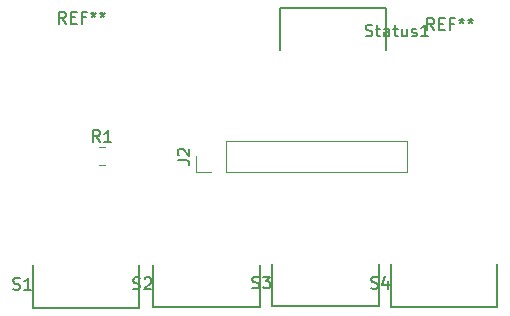
<source format=gbr>
%TF.GenerationSoftware,KiCad,Pcbnew,8.0.5*%
%TF.CreationDate,2024-11-11T00:13:19-08:00*%
%TF.ProjectId,Switch Lock,53776974-6368-4204-9c6f-636b2e6b6963,rev?*%
%TF.SameCoordinates,Original*%
%TF.FileFunction,Legend,Top*%
%TF.FilePolarity,Positive*%
%FSLAX46Y46*%
G04 Gerber Fmt 4.6, Leading zero omitted, Abs format (unit mm)*
G04 Created by KiCad (PCBNEW 8.0.5) date 2024-11-11 00:13:19*
%MOMM*%
%LPD*%
G01*
G04 APERTURE LIST*
%ADD10C,0.150000*%
%ADD11C,0.120000*%
%ADD12C,0.127000*%
G04 APERTURE END LIST*
D10*
X126336666Y-58014819D02*
X126003333Y-57538628D01*
X125765238Y-58014819D02*
X125765238Y-57014819D01*
X125765238Y-57014819D02*
X126146190Y-57014819D01*
X126146190Y-57014819D02*
X126241428Y-57062438D01*
X126241428Y-57062438D02*
X126289047Y-57110057D01*
X126289047Y-57110057D02*
X126336666Y-57205295D01*
X126336666Y-57205295D02*
X126336666Y-57348152D01*
X126336666Y-57348152D02*
X126289047Y-57443390D01*
X126289047Y-57443390D02*
X126241428Y-57491009D01*
X126241428Y-57491009D02*
X126146190Y-57538628D01*
X126146190Y-57538628D02*
X125765238Y-57538628D01*
X126765238Y-57491009D02*
X127098571Y-57491009D01*
X127241428Y-58014819D02*
X126765238Y-58014819D01*
X126765238Y-58014819D02*
X126765238Y-57014819D01*
X126765238Y-57014819D02*
X127241428Y-57014819D01*
X128003333Y-57491009D02*
X127670000Y-57491009D01*
X127670000Y-58014819D02*
X127670000Y-57014819D01*
X127670000Y-57014819D02*
X128146190Y-57014819D01*
X128670000Y-57014819D02*
X128670000Y-57252914D01*
X128431905Y-57157676D02*
X128670000Y-57252914D01*
X128670000Y-57252914D02*
X128908095Y-57157676D01*
X128527143Y-57443390D02*
X128670000Y-57252914D01*
X128670000Y-57252914D02*
X128812857Y-57443390D01*
X129431905Y-57014819D02*
X129431905Y-57252914D01*
X129193810Y-57157676D02*
X129431905Y-57252914D01*
X129431905Y-57252914D02*
X129670000Y-57157676D01*
X129289048Y-57443390D02*
X129431905Y-57252914D01*
X129431905Y-57252914D02*
X129574762Y-57443390D01*
X98043333Y-67494819D02*
X97710000Y-67018628D01*
X97471905Y-67494819D02*
X97471905Y-66494819D01*
X97471905Y-66494819D02*
X97852857Y-66494819D01*
X97852857Y-66494819D02*
X97948095Y-66542438D01*
X97948095Y-66542438D02*
X97995714Y-66590057D01*
X97995714Y-66590057D02*
X98043333Y-66685295D01*
X98043333Y-66685295D02*
X98043333Y-66828152D01*
X98043333Y-66828152D02*
X97995714Y-66923390D01*
X97995714Y-66923390D02*
X97948095Y-66971009D01*
X97948095Y-66971009D02*
X97852857Y-67018628D01*
X97852857Y-67018628D02*
X97471905Y-67018628D01*
X98995714Y-67494819D02*
X98424286Y-67494819D01*
X98710000Y-67494819D02*
X98710000Y-66494819D01*
X98710000Y-66494819D02*
X98614762Y-66637676D01*
X98614762Y-66637676D02*
X98519524Y-66732914D01*
X98519524Y-66732914D02*
X98424286Y-66780533D01*
X120544203Y-58514379D02*
X120687165Y-58562032D01*
X120687165Y-58562032D02*
X120925434Y-58562032D01*
X120925434Y-58562032D02*
X121020742Y-58514379D01*
X121020742Y-58514379D02*
X121068396Y-58466725D01*
X121068396Y-58466725D02*
X121116050Y-58371417D01*
X121116050Y-58371417D02*
X121116050Y-58276109D01*
X121116050Y-58276109D02*
X121068396Y-58180801D01*
X121068396Y-58180801D02*
X121020742Y-58133147D01*
X121020742Y-58133147D02*
X120925434Y-58085493D01*
X120925434Y-58085493D02*
X120734819Y-58037839D01*
X120734819Y-58037839D02*
X120639511Y-57990186D01*
X120639511Y-57990186D02*
X120591857Y-57942532D01*
X120591857Y-57942532D02*
X120544203Y-57847224D01*
X120544203Y-57847224D02*
X120544203Y-57751916D01*
X120544203Y-57751916D02*
X120591857Y-57656608D01*
X120591857Y-57656608D02*
X120639511Y-57608954D01*
X120639511Y-57608954D02*
X120734819Y-57561300D01*
X120734819Y-57561300D02*
X120973088Y-57561300D01*
X120973088Y-57561300D02*
X121116050Y-57608954D01*
X121401973Y-57894878D02*
X121783205Y-57894878D01*
X121544935Y-57561300D02*
X121544935Y-58419071D01*
X121544935Y-58419071D02*
X121592589Y-58514379D01*
X121592589Y-58514379D02*
X121687897Y-58562032D01*
X121687897Y-58562032D02*
X121783205Y-58562032D01*
X122545667Y-58562032D02*
X122545667Y-58037839D01*
X122545667Y-58037839D02*
X122498013Y-57942532D01*
X122498013Y-57942532D02*
X122402705Y-57894878D01*
X122402705Y-57894878D02*
X122212090Y-57894878D01*
X122212090Y-57894878D02*
X122116782Y-57942532D01*
X122545667Y-58514379D02*
X122450359Y-58562032D01*
X122450359Y-58562032D02*
X122212090Y-58562032D01*
X122212090Y-58562032D02*
X122116782Y-58514379D01*
X122116782Y-58514379D02*
X122069128Y-58419071D01*
X122069128Y-58419071D02*
X122069128Y-58323763D01*
X122069128Y-58323763D02*
X122116782Y-58228455D01*
X122116782Y-58228455D02*
X122212090Y-58180801D01*
X122212090Y-58180801D02*
X122450359Y-58180801D01*
X122450359Y-58180801D02*
X122545667Y-58133147D01*
X122879244Y-57894878D02*
X123260476Y-57894878D01*
X123022206Y-57561300D02*
X123022206Y-58419071D01*
X123022206Y-58419071D02*
X123069860Y-58514379D01*
X123069860Y-58514379D02*
X123165168Y-58562032D01*
X123165168Y-58562032D02*
X123260476Y-58562032D01*
X124022938Y-57894878D02*
X124022938Y-58562032D01*
X123594053Y-57894878D02*
X123594053Y-58419071D01*
X123594053Y-58419071D02*
X123641707Y-58514379D01*
X123641707Y-58514379D02*
X123737015Y-58562032D01*
X123737015Y-58562032D02*
X123879976Y-58562032D01*
X123879976Y-58562032D02*
X123975284Y-58514379D01*
X123975284Y-58514379D02*
X124022938Y-58466725D01*
X124451823Y-58514379D02*
X124547131Y-58562032D01*
X124547131Y-58562032D02*
X124737747Y-58562032D01*
X124737747Y-58562032D02*
X124833054Y-58514379D01*
X124833054Y-58514379D02*
X124880708Y-58419071D01*
X124880708Y-58419071D02*
X124880708Y-58371417D01*
X124880708Y-58371417D02*
X124833054Y-58276109D01*
X124833054Y-58276109D02*
X124737747Y-58228455D01*
X124737747Y-58228455D02*
X124594785Y-58228455D01*
X124594785Y-58228455D02*
X124499477Y-58180801D01*
X124499477Y-58180801D02*
X124451823Y-58085493D01*
X124451823Y-58085493D02*
X124451823Y-58037839D01*
X124451823Y-58037839D02*
X124499477Y-57942532D01*
X124499477Y-57942532D02*
X124594785Y-57894878D01*
X124594785Y-57894878D02*
X124737747Y-57894878D01*
X124737747Y-57894878D02*
X124833054Y-57942532D01*
X125833786Y-58562032D02*
X125261939Y-58562032D01*
X125547863Y-58562032D02*
X125547863Y-57561300D01*
X125547863Y-57561300D02*
X125452555Y-57704262D01*
X125452555Y-57704262D02*
X125357247Y-57799570D01*
X125357247Y-57799570D02*
X125261939Y-57847224D01*
X100868542Y-79922379D02*
X101011504Y-79970032D01*
X101011504Y-79970032D02*
X101249773Y-79970032D01*
X101249773Y-79970032D02*
X101345081Y-79922379D01*
X101345081Y-79922379D02*
X101392735Y-79874725D01*
X101392735Y-79874725D02*
X101440389Y-79779417D01*
X101440389Y-79779417D02*
X101440389Y-79684109D01*
X101440389Y-79684109D02*
X101392735Y-79588801D01*
X101392735Y-79588801D02*
X101345081Y-79541147D01*
X101345081Y-79541147D02*
X101249773Y-79493493D01*
X101249773Y-79493493D02*
X101059158Y-79445839D01*
X101059158Y-79445839D02*
X100963850Y-79398186D01*
X100963850Y-79398186D02*
X100916196Y-79350532D01*
X100916196Y-79350532D02*
X100868542Y-79255224D01*
X100868542Y-79255224D02*
X100868542Y-79159916D01*
X100868542Y-79159916D02*
X100916196Y-79064608D01*
X100916196Y-79064608D02*
X100963850Y-79016954D01*
X100963850Y-79016954D02*
X101059158Y-78969300D01*
X101059158Y-78969300D02*
X101297427Y-78969300D01*
X101297427Y-78969300D02*
X101440389Y-79016954D01*
X101821620Y-79064608D02*
X101869274Y-79016954D01*
X101869274Y-79016954D02*
X101964582Y-78969300D01*
X101964582Y-78969300D02*
X102202851Y-78969300D01*
X102202851Y-78969300D02*
X102298159Y-79016954D01*
X102298159Y-79016954D02*
X102345813Y-79064608D01*
X102345813Y-79064608D02*
X102393467Y-79159916D01*
X102393467Y-79159916D02*
X102393467Y-79255224D01*
X102393467Y-79255224D02*
X102345813Y-79398186D01*
X102345813Y-79398186D02*
X101773966Y-79970032D01*
X101773966Y-79970032D02*
X102393467Y-79970032D01*
X90688542Y-79960629D02*
X90831504Y-80008282D01*
X90831504Y-80008282D02*
X91069773Y-80008282D01*
X91069773Y-80008282D02*
X91165081Y-79960629D01*
X91165081Y-79960629D02*
X91212735Y-79912975D01*
X91212735Y-79912975D02*
X91260389Y-79817667D01*
X91260389Y-79817667D02*
X91260389Y-79722359D01*
X91260389Y-79722359D02*
X91212735Y-79627051D01*
X91212735Y-79627051D02*
X91165081Y-79579397D01*
X91165081Y-79579397D02*
X91069773Y-79531743D01*
X91069773Y-79531743D02*
X90879158Y-79484089D01*
X90879158Y-79484089D02*
X90783850Y-79436436D01*
X90783850Y-79436436D02*
X90736196Y-79388782D01*
X90736196Y-79388782D02*
X90688542Y-79293474D01*
X90688542Y-79293474D02*
X90688542Y-79198166D01*
X90688542Y-79198166D02*
X90736196Y-79102858D01*
X90736196Y-79102858D02*
X90783850Y-79055204D01*
X90783850Y-79055204D02*
X90879158Y-79007550D01*
X90879158Y-79007550D02*
X91117427Y-79007550D01*
X91117427Y-79007550D02*
X91260389Y-79055204D01*
X92213467Y-80008282D02*
X91641620Y-80008282D01*
X91927544Y-80008282D02*
X91927544Y-79007550D01*
X91927544Y-79007550D02*
X91832236Y-79150512D01*
X91832236Y-79150512D02*
X91736928Y-79245820D01*
X91736928Y-79245820D02*
X91641620Y-79293474D01*
X120998542Y-79870629D02*
X121141504Y-79918282D01*
X121141504Y-79918282D02*
X121379773Y-79918282D01*
X121379773Y-79918282D02*
X121475081Y-79870629D01*
X121475081Y-79870629D02*
X121522735Y-79822975D01*
X121522735Y-79822975D02*
X121570389Y-79727667D01*
X121570389Y-79727667D02*
X121570389Y-79632359D01*
X121570389Y-79632359D02*
X121522735Y-79537051D01*
X121522735Y-79537051D02*
X121475081Y-79489397D01*
X121475081Y-79489397D02*
X121379773Y-79441743D01*
X121379773Y-79441743D02*
X121189158Y-79394089D01*
X121189158Y-79394089D02*
X121093850Y-79346436D01*
X121093850Y-79346436D02*
X121046196Y-79298782D01*
X121046196Y-79298782D02*
X120998542Y-79203474D01*
X120998542Y-79203474D02*
X120998542Y-79108166D01*
X120998542Y-79108166D02*
X121046196Y-79012858D01*
X121046196Y-79012858D02*
X121093850Y-78965204D01*
X121093850Y-78965204D02*
X121189158Y-78917550D01*
X121189158Y-78917550D02*
X121427427Y-78917550D01*
X121427427Y-78917550D02*
X121570389Y-78965204D01*
X122428159Y-79251128D02*
X122428159Y-79918282D01*
X122189890Y-78869897D02*
X121951620Y-79584705D01*
X121951620Y-79584705D02*
X122571121Y-79584705D01*
X104614819Y-69053333D02*
X105329104Y-69053333D01*
X105329104Y-69053333D02*
X105471961Y-69100952D01*
X105471961Y-69100952D02*
X105567200Y-69196190D01*
X105567200Y-69196190D02*
X105614819Y-69339047D01*
X105614819Y-69339047D02*
X105614819Y-69434285D01*
X104710057Y-68624761D02*
X104662438Y-68577142D01*
X104662438Y-68577142D02*
X104614819Y-68481904D01*
X104614819Y-68481904D02*
X104614819Y-68243809D01*
X104614819Y-68243809D02*
X104662438Y-68148571D01*
X104662438Y-68148571D02*
X104710057Y-68100952D01*
X104710057Y-68100952D02*
X104805295Y-68053333D01*
X104805295Y-68053333D02*
X104900533Y-68053333D01*
X104900533Y-68053333D02*
X105043390Y-68100952D01*
X105043390Y-68100952D02*
X105614819Y-68672380D01*
X105614819Y-68672380D02*
X105614819Y-68053333D01*
X110948542Y-79852379D02*
X111091504Y-79900032D01*
X111091504Y-79900032D02*
X111329773Y-79900032D01*
X111329773Y-79900032D02*
X111425081Y-79852379D01*
X111425081Y-79852379D02*
X111472735Y-79804725D01*
X111472735Y-79804725D02*
X111520389Y-79709417D01*
X111520389Y-79709417D02*
X111520389Y-79614109D01*
X111520389Y-79614109D02*
X111472735Y-79518801D01*
X111472735Y-79518801D02*
X111425081Y-79471147D01*
X111425081Y-79471147D02*
X111329773Y-79423493D01*
X111329773Y-79423493D02*
X111139158Y-79375839D01*
X111139158Y-79375839D02*
X111043850Y-79328186D01*
X111043850Y-79328186D02*
X110996196Y-79280532D01*
X110996196Y-79280532D02*
X110948542Y-79185224D01*
X110948542Y-79185224D02*
X110948542Y-79089916D01*
X110948542Y-79089916D02*
X110996196Y-78994608D01*
X110996196Y-78994608D02*
X111043850Y-78946954D01*
X111043850Y-78946954D02*
X111139158Y-78899300D01*
X111139158Y-78899300D02*
X111377427Y-78899300D01*
X111377427Y-78899300D02*
X111520389Y-78946954D01*
X111853966Y-78899300D02*
X112473467Y-78899300D01*
X112473467Y-78899300D02*
X112139890Y-79280532D01*
X112139890Y-79280532D02*
X112282851Y-79280532D01*
X112282851Y-79280532D02*
X112378159Y-79328186D01*
X112378159Y-79328186D02*
X112425813Y-79375839D01*
X112425813Y-79375839D02*
X112473467Y-79471147D01*
X112473467Y-79471147D02*
X112473467Y-79709417D01*
X112473467Y-79709417D02*
X112425813Y-79804725D01*
X112425813Y-79804725D02*
X112378159Y-79852379D01*
X112378159Y-79852379D02*
X112282851Y-79900032D01*
X112282851Y-79900032D02*
X111996928Y-79900032D01*
X111996928Y-79900032D02*
X111901620Y-79852379D01*
X111901620Y-79852379D02*
X111853966Y-79804725D01*
X95156666Y-57474819D02*
X94823333Y-56998628D01*
X94585238Y-57474819D02*
X94585238Y-56474819D01*
X94585238Y-56474819D02*
X94966190Y-56474819D01*
X94966190Y-56474819D02*
X95061428Y-56522438D01*
X95061428Y-56522438D02*
X95109047Y-56570057D01*
X95109047Y-56570057D02*
X95156666Y-56665295D01*
X95156666Y-56665295D02*
X95156666Y-56808152D01*
X95156666Y-56808152D02*
X95109047Y-56903390D01*
X95109047Y-56903390D02*
X95061428Y-56951009D01*
X95061428Y-56951009D02*
X94966190Y-56998628D01*
X94966190Y-56998628D02*
X94585238Y-56998628D01*
X95585238Y-56951009D02*
X95918571Y-56951009D01*
X96061428Y-57474819D02*
X95585238Y-57474819D01*
X95585238Y-57474819D02*
X95585238Y-56474819D01*
X95585238Y-56474819D02*
X96061428Y-56474819D01*
X96823333Y-56951009D02*
X96490000Y-56951009D01*
X96490000Y-57474819D02*
X96490000Y-56474819D01*
X96490000Y-56474819D02*
X96966190Y-56474819D01*
X97490000Y-56474819D02*
X97490000Y-56712914D01*
X97251905Y-56617676D02*
X97490000Y-56712914D01*
X97490000Y-56712914D02*
X97728095Y-56617676D01*
X97347143Y-56903390D02*
X97490000Y-56712914D01*
X97490000Y-56712914D02*
X97632857Y-56903390D01*
X98251905Y-56474819D02*
X98251905Y-56712914D01*
X98013810Y-56617676D02*
X98251905Y-56712914D01*
X98251905Y-56712914D02*
X98490000Y-56617676D01*
X98109048Y-56903390D02*
X98251905Y-56712914D01*
X98251905Y-56712914D02*
X98394762Y-56903390D01*
D11*
%TO.C,R1*%
X97982936Y-67955000D02*
X98437064Y-67955000D01*
X97982936Y-69425000D02*
X98437064Y-69425000D01*
D12*
%TO.C,Status1*%
X113250000Y-59731750D02*
X113250000Y-56131750D01*
X122250000Y-56131750D02*
X113250000Y-56131750D01*
X122250000Y-59731750D02*
X122250000Y-56131750D01*
%TO.C,S2*%
X102570000Y-77890000D02*
X102570000Y-81490000D01*
X102570000Y-81490000D02*
X111570000Y-81490000D01*
X111570000Y-77890000D02*
X111570000Y-81490000D01*
%TO.C,S1*%
X92390000Y-77928250D02*
X92390000Y-81528250D01*
X92390000Y-81528250D02*
X101390000Y-81528250D01*
X101390000Y-77928250D02*
X101390000Y-81528250D01*
%TO.C,S4*%
X122700000Y-77838250D02*
X122700000Y-81438250D01*
X122700000Y-81438250D02*
X131700000Y-81438250D01*
X131700000Y-77838250D02*
X131700000Y-81438250D01*
D11*
%TO.C,J2*%
X106160000Y-70050000D02*
X106160000Y-68720000D01*
X107490000Y-70050000D02*
X106160000Y-70050000D01*
X108760000Y-67390000D02*
X124060000Y-67390000D01*
X108760000Y-70050000D02*
X108760000Y-67390000D01*
X108760000Y-70050000D02*
X124060000Y-70050000D01*
X124060000Y-70050000D02*
X124060000Y-67390000D01*
D12*
%TO.C,S3*%
X112650000Y-77820000D02*
X112650000Y-81420000D01*
X112650000Y-81420000D02*
X121650000Y-81420000D01*
X121650000Y-77820000D02*
X121650000Y-81420000D01*
%TD*%
M02*

</source>
